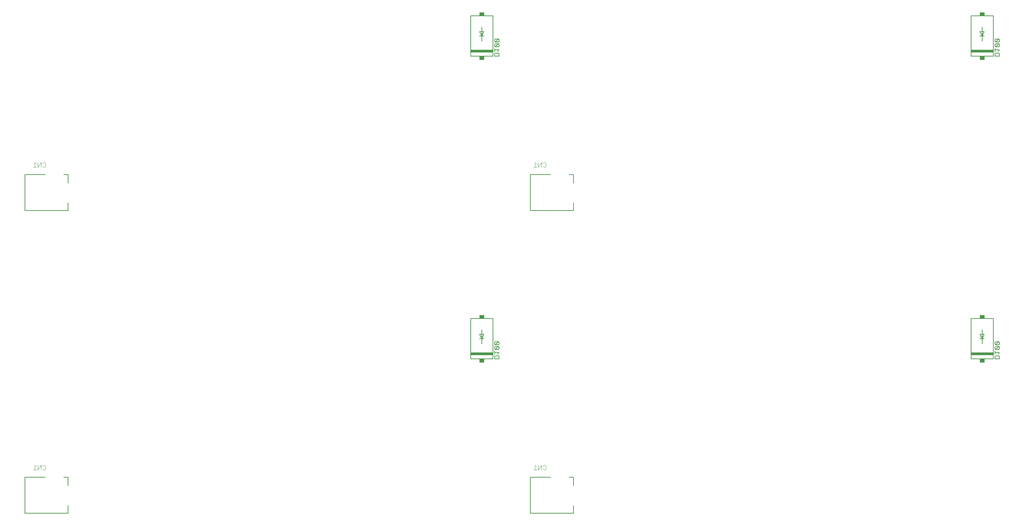
<source format=gbo>
G75*
%MOIN*%
%OFA0B0*%
%FSLAX25Y25*%
%IPPOS*%
%LPD*%
%AMOC8*
5,1,8,0,0,1.08239X$1,22.5*
%
%ADD10C,0.00400*%
%ADD11C,0.00500*%
%ADD12C,0.00600*%
%ADD13R,0.22000X0.03000*%
%ADD14R,0.05000X0.03500*%
%ADD15C,0.00800*%
D10*
X0026335Y0092879D02*
X0029404Y0092879D01*
X0030939Y0092879D02*
X0030939Y0097482D01*
X0029404Y0095948D02*
X0027869Y0097482D01*
X0027869Y0092879D01*
X0030939Y0092879D02*
X0034008Y0097482D01*
X0034008Y0092879D01*
X0035543Y0093646D02*
X0036310Y0092879D01*
X0037844Y0092879D01*
X0038612Y0093646D01*
X0038612Y0096715D01*
X0037844Y0097482D01*
X0036310Y0097482D01*
X0035543Y0096715D01*
X0036310Y0392879D02*
X0035543Y0393646D01*
X0036310Y0392879D02*
X0037844Y0392879D01*
X0038612Y0393646D01*
X0038612Y0396715D01*
X0037844Y0397482D01*
X0036310Y0397482D01*
X0035543Y0396715D01*
X0034008Y0397482D02*
X0030939Y0392879D01*
X0030939Y0397482D01*
X0029404Y0395948D02*
X0027869Y0397482D01*
X0027869Y0392879D01*
X0026335Y0392879D02*
X0029404Y0392879D01*
X0034008Y0392879D02*
X0034008Y0397482D01*
X0521335Y0392879D02*
X0524404Y0392879D01*
X0525939Y0392879D02*
X0525939Y0397482D01*
X0524404Y0395948D02*
X0522869Y0397482D01*
X0522869Y0392879D01*
X0525939Y0392879D02*
X0529008Y0397482D01*
X0529008Y0392879D01*
X0530543Y0393646D02*
X0531310Y0392879D01*
X0532844Y0392879D01*
X0533612Y0393646D01*
X0533612Y0396715D01*
X0532844Y0397482D01*
X0531310Y0397482D01*
X0530543Y0396715D01*
X0531310Y0097482D02*
X0532844Y0097482D01*
X0533612Y0096715D01*
X0533612Y0093646D01*
X0532844Y0092879D01*
X0531310Y0092879D01*
X0530543Y0093646D01*
X0529008Y0092879D02*
X0529008Y0097482D01*
X0525939Y0092879D01*
X0525939Y0097482D01*
X0524404Y0095948D02*
X0522869Y0097482D01*
X0522869Y0092879D01*
X0521335Y0092879D02*
X0524404Y0092879D01*
X0530543Y0096715D02*
X0531310Y0097482D01*
D11*
X0487254Y0202929D02*
X0482750Y0202929D01*
X0482750Y0205180D01*
X0483501Y0205931D01*
X0486503Y0205931D01*
X0487254Y0205180D01*
X0487254Y0202929D01*
X0485753Y0207532D02*
X0487254Y0209034D01*
X0482750Y0209034D01*
X0482750Y0210535D02*
X0482750Y0207532D01*
X0483501Y0212136D02*
X0486503Y0215139D01*
X0483501Y0215139D01*
X0482750Y0214388D01*
X0482750Y0212887D01*
X0483501Y0212136D01*
X0486503Y0212136D01*
X0487254Y0212887D01*
X0487254Y0214388D01*
X0486503Y0215139D01*
X0486503Y0216740D02*
X0487254Y0217491D01*
X0487254Y0218992D01*
X0486503Y0219743D01*
X0483501Y0216740D01*
X0482750Y0217491D01*
X0482750Y0218992D01*
X0483501Y0219743D01*
X0486503Y0219743D01*
X0486503Y0216740D02*
X0483501Y0216740D01*
X0482750Y0502929D02*
X0482750Y0505180D01*
X0483501Y0505931D01*
X0486503Y0505931D01*
X0487254Y0505180D01*
X0487254Y0502929D01*
X0482750Y0502929D01*
X0482750Y0507532D02*
X0482750Y0510535D01*
X0482750Y0509034D02*
X0487254Y0509034D01*
X0485753Y0507532D01*
X0486503Y0512136D02*
X0483501Y0512136D01*
X0486503Y0515139D01*
X0483501Y0515139D01*
X0482750Y0514388D01*
X0482750Y0512887D01*
X0483501Y0512136D01*
X0486503Y0512136D02*
X0487254Y0512887D01*
X0487254Y0514388D01*
X0486503Y0515139D01*
X0486503Y0516740D02*
X0487254Y0517491D01*
X0487254Y0518992D01*
X0486503Y0519743D01*
X0483501Y0516740D01*
X0482750Y0517491D01*
X0482750Y0518992D01*
X0483501Y0519743D01*
X0486503Y0519743D01*
X0486503Y0516740D02*
X0483501Y0516740D01*
X0977750Y0517491D02*
X0978501Y0516740D01*
X0981503Y0519743D01*
X0978501Y0519743D01*
X0977750Y0518992D01*
X0977750Y0517491D01*
X0978501Y0516740D02*
X0981503Y0516740D01*
X0982254Y0517491D01*
X0982254Y0518992D01*
X0981503Y0519743D01*
X0981503Y0515139D02*
X0978501Y0512136D01*
X0977750Y0512887D01*
X0977750Y0514388D01*
X0978501Y0515139D01*
X0981503Y0515139D01*
X0982254Y0514388D01*
X0982254Y0512887D01*
X0981503Y0512136D01*
X0978501Y0512136D01*
X0977750Y0510535D02*
X0977750Y0507532D01*
X0977750Y0509034D02*
X0982254Y0509034D01*
X0980753Y0507532D01*
X0981503Y0505931D02*
X0982254Y0505180D01*
X0982254Y0502929D01*
X0977750Y0502929D01*
X0977750Y0505180D01*
X0978501Y0505931D01*
X0981503Y0505931D01*
X0981503Y0219743D02*
X0978501Y0219743D01*
X0977750Y0218992D01*
X0977750Y0217491D01*
X0978501Y0216740D01*
X0981503Y0219743D01*
X0982254Y0218992D01*
X0982254Y0217491D01*
X0981503Y0216740D01*
X0978501Y0216740D01*
X0978501Y0215139D02*
X0977750Y0214388D01*
X0977750Y0212887D01*
X0978501Y0212136D01*
X0981503Y0215139D01*
X0978501Y0215139D01*
X0981503Y0215139D02*
X0982254Y0214388D01*
X0982254Y0212887D01*
X0981503Y0212136D01*
X0978501Y0212136D01*
X0977750Y0210535D02*
X0977750Y0207532D01*
X0977750Y0209034D02*
X0982254Y0209034D01*
X0980753Y0207532D01*
X0981503Y0205931D02*
X0982254Y0205180D01*
X0982254Y0202929D01*
X0977750Y0202929D01*
X0977750Y0205180D01*
X0978501Y0205931D01*
X0981503Y0205931D01*
D12*
X0976000Y0202679D02*
X0976000Y0242679D01*
X0954000Y0242679D01*
X0954000Y0202679D01*
X0976000Y0202679D01*
X0965000Y0217679D02*
X0965000Y0222679D01*
X0962700Y0222679D01*
X0965000Y0222679D02*
X0965000Y0231679D01*
X0962700Y0227179D02*
X0965000Y0222679D01*
X0967300Y0227179D01*
X0962700Y0227179D01*
X0965000Y0222679D02*
X0967300Y0222679D01*
X0976000Y0502679D02*
X0954000Y0502679D01*
X0954000Y0542679D01*
X0976000Y0542679D01*
X0976000Y0502679D01*
X0965000Y0517679D02*
X0965000Y0522679D01*
X0962700Y0522679D01*
X0965000Y0522679D02*
X0965000Y0531679D01*
X0962700Y0527179D02*
X0965000Y0522679D01*
X0967300Y0527179D01*
X0962700Y0527179D01*
X0965000Y0522679D02*
X0967300Y0522679D01*
X0481000Y0502679D02*
X0481000Y0542679D01*
X0459000Y0542679D01*
X0459000Y0502679D01*
X0481000Y0502679D01*
X0470000Y0517679D02*
X0470000Y0522679D01*
X0467700Y0522679D01*
X0470000Y0522679D02*
X0470000Y0531679D01*
X0467700Y0527179D02*
X0470000Y0522679D01*
X0472300Y0527179D01*
X0467700Y0527179D01*
X0470000Y0522679D02*
X0472300Y0522679D01*
X0481000Y0242679D02*
X0459000Y0242679D01*
X0459000Y0202679D01*
X0481000Y0202679D01*
X0481000Y0242679D01*
X0470000Y0231679D02*
X0470000Y0222679D01*
X0467700Y0222679D01*
X0470000Y0222679D02*
X0467700Y0227179D01*
X0472300Y0227179D01*
X0470000Y0222679D01*
X0472300Y0222679D01*
X0470000Y0222679D02*
X0470000Y0217679D01*
D13*
X0470000Y0207679D03*
X0470000Y0507679D03*
X0965000Y0507679D03*
X0965000Y0207679D03*
D14*
X0965000Y0200929D03*
X0965000Y0244429D03*
X0965000Y0500929D03*
X0965000Y0544429D03*
X0470000Y0544429D03*
X0470000Y0500929D03*
X0470000Y0244429D03*
X0470000Y0200929D03*
D15*
X0017992Y0085395D02*
X0017992Y0049962D01*
X0060906Y0049962D01*
X0060906Y0057442D01*
X0060906Y0077127D02*
X0060906Y0085395D01*
X0056575Y0085395D01*
X0038071Y0085395D02*
X0017992Y0085395D01*
X0017992Y0349962D02*
X0017992Y0385395D01*
X0038071Y0385395D01*
X0056575Y0385395D02*
X0060906Y0385395D01*
X0060906Y0377127D01*
X0060906Y0357442D02*
X0060906Y0349962D01*
X0017992Y0349962D01*
X0517992Y0349962D02*
X0517992Y0385395D01*
X0538071Y0385395D01*
X0556575Y0385395D02*
X0560906Y0385395D01*
X0560906Y0377127D01*
X0560906Y0357442D02*
X0560906Y0349962D01*
X0517992Y0349962D01*
X0517992Y0085395D02*
X0517992Y0049962D01*
X0560906Y0049962D01*
X0560906Y0057442D01*
X0560906Y0077127D02*
X0560906Y0085395D01*
X0556575Y0085395D01*
X0538071Y0085395D02*
X0517992Y0085395D01*
M02*

</source>
